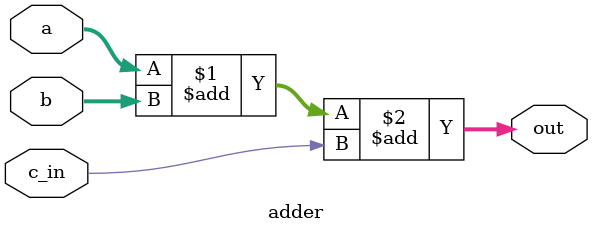
<source format=v>
module adder (
    input [3:0] a,b,
    input c_in,
    output [4:0] out
);

    assign out = a + b + c_in;

endmodule
</source>
